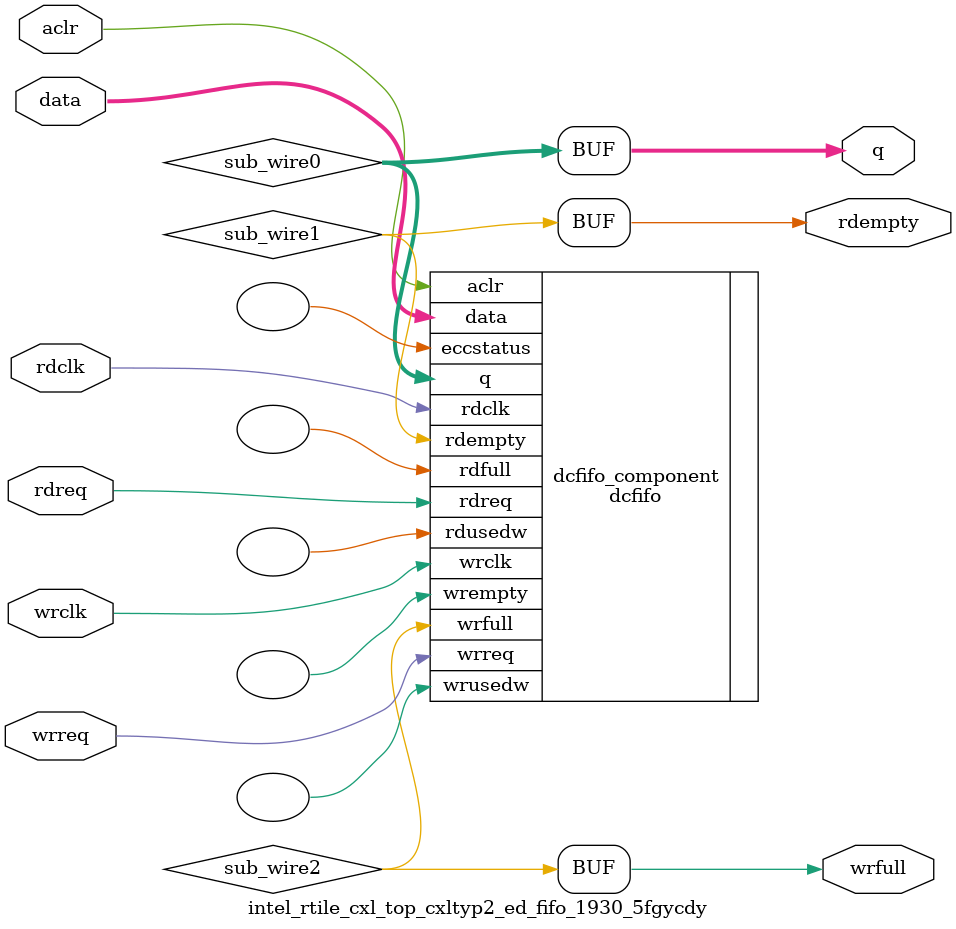
<source format=v>



`timescale 1 ps / 1 ps
// synopsys translate_on
module  intel_rtile_cxl_top_cxltyp2_ed_fifo_1930_5fgycdy  (
    aclr,
    data,
    rdclk,
    rdreq,
    wrclk,
    wrreq,
    q,
    rdempty,
    wrfull);

    input    aclr;
    input  [68:0]  data;
    input    rdclk;
    input    rdreq;
    input    wrclk;
    input    wrreq;
    output [68:0]  q;
    output   rdempty;
    output   wrfull;
`ifndef ALTERA_RESERVED_QIS
// synopsys translate_off
`endif
    tri0     aclr;
`ifndef ALTERA_RESERVED_QIS
// synopsys translate_on
`endif

    wire [68:0] sub_wire0;
    wire  sub_wire1;
    wire  sub_wire2;
    wire [68:0] q = sub_wire0[68:0];
    wire  rdempty = sub_wire1;
    wire  wrfull = sub_wire2;

    dcfifo  dcfifo_component (
                .aclr (aclr),
                .data (data),
                .rdclk (rdclk),
                .rdreq (rdreq),
                .wrclk (wrclk),
                .wrreq (wrreq),
                .q (sub_wire0),
                .rdempty (sub_wire1),
                .wrfull (sub_wire2),
                .eccstatus (),
                .rdfull (),
                .rdusedw (),
                .wrempty (),
                .wrusedw ());
    defparam
        dcfifo_component.enable_ecc  = "FALSE",
        dcfifo_component.intended_device_family  = "Agilex 7",
        dcfifo_component.lpm_hint  = "DISABLE_DCFIFO_EMBEDDED_TIMING_CONSTRAINT=TRUE",
        dcfifo_component.lpm_numwords  = 8,
        dcfifo_component.lpm_showahead  = "ON",
        dcfifo_component.lpm_type  = "dcfifo",
        dcfifo_component.lpm_width  = 69,
        dcfifo_component.lpm_widthu  = 3,
        dcfifo_component.overflow_checking  = "ON",
        dcfifo_component.rdsync_delaypipe  = 5,
        dcfifo_component.read_aclr_synch  = "OFF",
        dcfifo_component.underflow_checking  = "ON",
        dcfifo_component.use_eab  = "ON",
        dcfifo_component.write_aclr_synch  = "ON",
        dcfifo_component.wrsync_delaypipe  = 5;


endmodule



</source>
